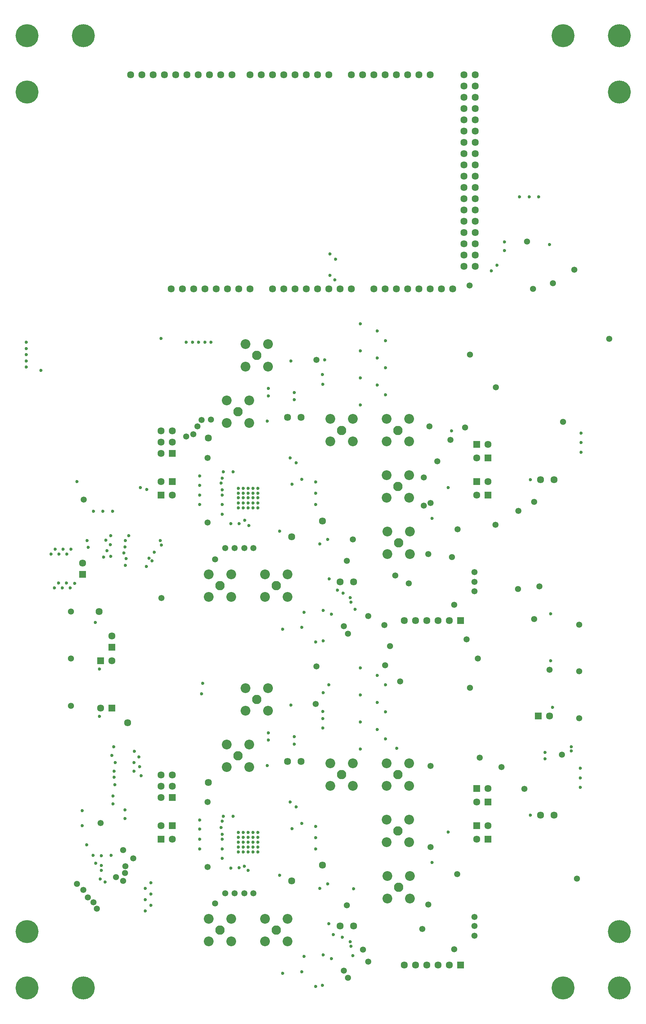
<source format=gbr>
%FSTAX23Y23*%
%MOIN*%
%SFA1B1*%

%IPPOS*%
%ADD71C,0.204409*%
%ADD72C,0.063464*%
%ADD73C,0.204409*%
%ADD74C,0.087086*%
%ADD75R,0.063464X0.063464*%
%ADD76C,0.083149*%
%ADD77R,0.063464X0.063464*%
%ADD78C,0.029409*%
%ADD79C,0.063464*%
%ADD80C,0.054409*%
%LNcfd_2channel_soldermask_bot-1*%
%LPD*%
G54D71*
X0491Y0015D03*
X0541Y0065D03*
Y081D03*
X0491Y086D03*
X0065Y0015D03*
X0015Y0065D03*
Y081D03*
X0065Y086D03*
G54D72*
X0471Y0466D03*
X02465Y05215D03*
Y0216D03*
X0471Y01685D03*
X0293Y03755D03*
Y007D03*
X00645Y0392D03*
X0413Y06554D03*
X0403D03*
X0203Y06355D03*
X0193D03*
X0137Y08255D03*
X0483Y0466D03*
X0134Y04895D03*
X0144Y04995D03*
X0134D03*
X0144Y05094D03*
X0134D03*
Y0184D03*
X0144Y0194D03*
X0134D03*
X0144Y0204D03*
X0134D03*
X02585Y0216D03*
X0305Y007D03*
X0176Y01975D03*
X039Y00355D03*
X038D03*
X037D03*
X036D03*
X035D03*
X025Y011D03*
X02775Y0124D03*
X0134Y0159D03*
X0144Y0147D03*
X04245Y0192D03*
X04145Y018D03*
X04245Y0159D03*
X04145Y0147D03*
X02775Y04295D03*
X0176Y0503D03*
X04245Y04645D03*
X04145Y04525D03*
X04245Y04975D03*
X04145Y04855D03*
X0134Y04645D03*
X0144Y04525D03*
X025Y04155D03*
X039Y0341D03*
X038D03*
X037D03*
X036D03*
X035D03*
X0305Y03755D03*
X02585Y05215D03*
X0479Y02565D03*
X00805Y02635D03*
X00905Y03055D03*
Y03275D03*
X0483Y01685D03*
X0243Y06355D03*
X0263D03*
X0253D03*
X0283D03*
X0273D03*
X0303D03*
X0293D03*
X0233D03*
X0413Y06655D03*
X0403D03*
X0413Y06955D03*
Y06855D03*
Y06755D03*
Y07055D03*
X0403Y06955D03*
Y06855D03*
Y06755D03*
Y07055D03*
X0413Y07454D03*
Y07355D03*
X0403D03*
X0413Y07254D03*
X0403D03*
X0413Y07155D03*
X0403D03*
Y07454D03*
X0413Y07755D03*
Y07655D03*
Y07555D03*
Y07855D03*
X0403Y07755D03*
Y07655D03*
Y07555D03*
Y07855D03*
X0313Y08255D03*
X0333D03*
X0323D03*
X0353D03*
X0343D03*
X0373D03*
X0363D03*
X0303D03*
X0223D03*
X0243D03*
X0233D03*
X0263D03*
X0253D03*
X0283D03*
X0273D03*
X0157D03*
X0147D03*
X0177D03*
X0167D03*
X0117D03*
X0107D03*
X0127D03*
X0197D03*
X0187D03*
X0213D03*
X0413D03*
Y08154D03*
X0403D03*
X0413Y08055D03*
X0403D03*
X0413Y07955D03*
X0403D03*
Y08255D03*
X0333Y06355D03*
X0353D03*
X0343D03*
X0373D03*
X0363D03*
X0393D03*
X0383D03*
X0323D03*
X0153D03*
X0173D03*
X0163D03*
X0183D03*
X0213D03*
X0143D03*
G54D73*
X0015Y086D03*
Y0015D03*
X0541Y086D03*
Y0015D03*
G54D74*
X03545Y052D03*
X03345D03*
X03545Y05D03*
X03345Y047D03*
Y05D03*
X03545Y045D03*
Y047D03*
X0355Y042D03*
X0335D03*
X03345Y045D03*
X0355Y04D03*
X0335D03*
X02845Y052D03*
X0229Y05665D03*
Y05864D03*
X03045Y052D03*
Y05D03*
X02845D03*
X02125Y05164D03*
Y05365D03*
X02465Y0362D03*
Y0382D03*
X02265Y0362D03*
Y0382D03*
X03545Y01645D03*
Y01945D03*
X0355Y01145D03*
Y00945D03*
X03545Y02145D03*
X03345Y01645D03*
Y01945D03*
X03545Y01445D03*
X0335Y01145D03*
X03345Y01445D03*
Y02145D03*
X0335Y00945D03*
X02845Y02145D03*
X0229Y0261D03*
Y0281D03*
X03045Y02145D03*
Y01945D03*
X02845D03*
X02125Y0211D03*
Y0231D03*
X02465Y00565D03*
Y00765D03*
X02265Y00565D03*
Y00765D03*
X0209Y05864D03*
Y05665D03*
X01925Y05164D03*
Y05365D03*
X0209Y0281D03*
Y0261D03*
X01965Y0382D03*
Y0362D03*
X01925Y0211D03*
Y0231D03*
X01765Y0362D03*
Y0382D03*
X01965Y00765D03*
Y00565D03*
X01765D03*
Y00765D03*
G54D75*
X0144Y04895D03*
Y0184D03*
X00645Y0382D03*
X00905Y03175D03*
G54D76*
X02365Y00665D03*
X02025Y0221D03*
X01865Y00665D03*
X02945Y02045D03*
X0219Y0271D03*
X03445Y02045D03*
X0345Y01045D03*
X03445Y01545D03*
X0345Y041D03*
X03445Y046D03*
X0219Y05765D03*
X03445Y05099D03*
X01865Y0372D03*
X02945Y05099D03*
X02365Y0372D03*
X02025Y05265D03*
G54D77*
X04Y00355D03*
X0144Y0159D03*
X0134Y0147D03*
X04145Y0192D03*
X04245Y018D03*
X04145Y0159D03*
X04245Y0147D03*
X04145Y04645D03*
X04245Y04525D03*
X04145Y04975D03*
X04245Y04855D03*
X0144Y04645D03*
X0134Y04525D03*
X04Y0341D03*
X0469Y02565D03*
X00905Y02635D03*
X00805Y03055D03*
G54D78*
X01335Y0412D03*
X0305Y0103D03*
X03436Y02278D03*
X0326Y02925D03*
X03335Y0284D03*
X03749Y01264D03*
X05065Y021D03*
X0507Y0499D03*
Y05075D03*
Y04905D03*
X04985Y0229D03*
X04273Y06516D03*
X0284Y06475D03*
X02841Y06666D03*
X02885Y06435D03*
X0289Y06619D03*
X02523Y05435D03*
X04325Y06565D03*
X0479Y06747D03*
X0439Y06773D03*
X04525Y0717D03*
X0461D03*
X04695D03*
X0439Y06694D03*
X05065Y0193D03*
Y02015D03*
X0081Y01325D03*
X00642Y01725D03*
X0064Y0159D03*
X0068Y0142D03*
X00738Y01327D03*
X00898D03*
X0081Y01237D03*
X0076Y01257D03*
X02777Y02458D03*
X02777Y02542D03*
X02778Y05509D03*
X02775Y05595D03*
X0091Y0438D03*
X00825D03*
X0074D03*
X01685Y01385D03*
Y0147D03*
Y01642D03*
Y0156D03*
Y04695D03*
Y0461D03*
Y0444D03*
Y04525D03*
X01875Y0463D03*
X01886Y04675D03*
X0173Y05882D03*
X01675D03*
X0162D03*
X01565D03*
X01785D03*
X0134Y05915D03*
X00145Y0566D03*
X00275Y0563D03*
X00145Y0588D03*
Y05825D03*
Y0577D03*
Y05715D03*
X0198Y0473D03*
X01895D03*
X03063Y0351D03*
X02907Y0368D03*
X0278Y0277D03*
X02777Y02606D03*
X0212Y04255D03*
X00845Y0109D03*
X02034Y01217D03*
X0125Y01085D03*
X02115Y01195D03*
X0208Y0123D03*
X00802Y01117D03*
X012Y00835D03*
X0081Y01195D03*
X01886Y01631D03*
X01885Y01515D03*
Y0457D03*
X02085Y043D03*
X01874Y01576D03*
X004Y04045D03*
X0054D03*
X00365Y04D03*
X00505D03*
X0047Y04045D03*
X00435Y04D03*
X00465Y037D03*
X00573Y03742D03*
X005Y03745D03*
X00535Y037D03*
X0043Y03745D03*
X00395Y037D03*
X00925Y02075D03*
Y0202D03*
X0093Y01955D03*
X00935Y0215D03*
X00905Y02215D03*
X0092Y0229D03*
X01165Y02035D03*
X011Y02075D03*
X0115Y02115D03*
X011Y0215D03*
X01145Y022D03*
X01105Y0225D03*
X0171Y02855D03*
X017Y0276D03*
X0283Y0284D03*
X0086Y0403D03*
X0083Y03975D03*
X00895Y0398D03*
X0089Y04085D03*
X0085Y04125D03*
X00895Y04165D03*
X00685Y0412D03*
X00695Y0406D03*
X01025Y039D03*
X0103Y0396D03*
X0101Y0401D03*
X0102Y04065D03*
X01025Y0412D03*
X01055Y04165D03*
X04985Y02255D03*
X0475Y02185D03*
Y0224D03*
X00595Y04645D03*
X01157Y04593D03*
X01216Y04576D03*
X03028Y00521D03*
X02855Y00412D03*
X03046Y00438D03*
X0302Y0056D03*
X0102Y0173D03*
Y01655D03*
X00915Y01855D03*
Y01785D03*
X00795Y0256D03*
X0283Y0072D03*
X0287Y00625D03*
X02835Y0378D03*
X03028Y03576D03*
X02957Y03655D03*
X02855Y03467D03*
X0302Y03615D03*
X02495Y0266D03*
X02715Y0322D03*
X0462Y0466D03*
X04818Y0264D03*
X048Y03055D03*
X0242Y03335D03*
X0278Y0323D03*
Y035D03*
X02775Y00175D03*
X0278Y00445D03*
X00757Y03395D03*
X01345Y04082D03*
X0126Y0394D03*
X0121Y0389D03*
X01235Y03964D03*
X0128Y04019D03*
X0125Y00985D03*
X012Y01035D03*
X0125Y00885D03*
X012Y00935D03*
X00795Y0298D03*
X0259Y00295D03*
X02715Y00165D03*
X0311Y0299D03*
X02487Y018D03*
X0254Y01758D03*
X0389Y01535D03*
X02506Y01565D03*
X0259Y0161D03*
X02523Y0238D03*
X02295Y02415D03*
X02523Y02315D03*
X02295Y0235D03*
X02285Y02125D03*
X0295Y006D03*
X0275Y01035D03*
X0282Y01075D03*
X0311Y0251D03*
Y0227D03*
X0261Y0043D03*
X0242Y0028D03*
X0311Y0275D03*
X03335Y026D03*
Y0236D03*
X02715Y01585D03*
Y01485D03*
Y01385D03*
X01885Y013D03*
Y01385D03*
X01895Y01675D03*
X0198D03*
X02395Y0115D03*
X02487Y04855D03*
X02295Y0547D03*
X02523Y0537D03*
X02295Y05405D03*
X0275Y0409D03*
X0259Y04665D03*
X0261Y03485D03*
X02495Y05715D03*
X02795Y05724D03*
X02715Y0444D03*
Y0454D03*
Y0464D03*
X0254Y04813D03*
X02285Y0518D03*
X0462Y01685D03*
X048Y0347D03*
X01885Y0147D03*
X0326Y02685D03*
Y02445D03*
X0196Y01215D03*
X02395Y04205D03*
X02035Y0427D03*
X01885Y04355D03*
Y0444D03*
X03335Y05415D03*
Y05654D03*
Y05895D03*
X0392Y05094D03*
X0282Y0413D03*
X02506Y0462D03*
X0259Y0335D03*
X0311Y05805D03*
Y05565D03*
X0326Y0574D03*
Y055D03*
X0311Y05325D03*
Y06045D03*
X0326Y0598D03*
X03749Y04319D03*
X0389Y0459D03*
X01885Y04525D03*
X0196Y0427D03*
X02115Y04586D03*
X02201D03*
X02158D03*
X02201Y04543D03*
X02158D03*
X02115D03*
X02158Y045D03*
X02201D03*
Y04456D03*
X02158D03*
X02115Y045D03*
Y04456D03*
X02201Y04413D03*
X02115D03*
X02158D03*
X02115Y01531D03*
X02201D03*
X02158D03*
X02201Y01488D03*
X02158D03*
X02115D03*
X02158Y01445D03*
X02201D03*
Y01401D03*
X02158D03*
X02115Y01445D03*
Y01401D03*
X02201Y01358D03*
X02115D03*
X02158D03*
X02071Y04586D03*
Y04543D03*
X02028Y04586D03*
Y04543D03*
X02071Y045D03*
Y04456D03*
X02028Y04413D03*
X02071D03*
X02028Y045D03*
Y04456D03*
X02071Y01531D03*
X02028D03*
X02071Y01488D03*
Y01445D03*
Y01401D03*
Y01358D03*
X02028Y01445D03*
Y01488D03*
Y01358D03*
Y01401D03*
G54D79*
X01045Y02505D03*
X0079Y0349D03*
G54D80*
X03925Y03975D03*
X0342Y0381D03*
X0318Y03453D03*
X0431Y0426D03*
X04645Y06355D03*
X04315Y0548D03*
X04085Y02815D03*
X03465Y0287D03*
X0272Y03005D03*
X0532Y0591D03*
X0482Y06405D03*
X05035Y0112D03*
X0501Y06525D03*
X05055Y03375D03*
X04085Y0577D03*
X0408Y06385D03*
X03675Y0468D03*
X03045Y0413D03*
X03675Y0443D03*
X03795Y04825D03*
X0391Y05015D03*
X0404Y05125D03*
X0459Y06775D03*
X0491Y05175D03*
X04125Y0367D03*
Y03755D03*
Y0384D03*
Y00615D03*
Y007D03*
Y0078D03*
X01025Y01232D03*
X0216Y0099D03*
X0208D03*
X01995D03*
X0191D03*
X0182Y009D03*
X0216Y04055D03*
X0208D03*
X01995D03*
X0191D03*
X01755Y04855D03*
X017Y0519D03*
X01785Y05195D03*
X01665Y05135D03*
X01627Y05065D03*
X04515Y04385D03*
X04655Y04465D03*
X047Y03715D03*
X04655Y03425D03*
X03375Y03185D03*
X03325Y0337D03*
X02715Y0267D03*
X049Y0222D03*
X01005Y01375D03*
X01565Y05045D03*
X0077Y00855D03*
X0074Y0091D03*
X00595Y01075D03*
X0065Y0102D03*
X0069Y00955D03*
X01005Y011D03*
X01022Y01172D03*
X0094Y01135D03*
X01095Y013D03*
X0054Y0349D03*
X0451Y0369D03*
X0366Y00675D03*
X03715Y0089D03*
X0318Y00385D03*
X03542Y03742D03*
X03715Y04D03*
X03735Y0212D03*
X0479Y02975D03*
X0417Y02195D03*
X04567Y01917D03*
X04365Y0211D03*
X04055Y03245D03*
X04155Y03075D03*
X03975Y0422D03*
X0397Y0116D03*
X0333Y03015D03*
X02965Y0336D03*
X01344Y03612D03*
X00803Y01616D03*
X0054Y02655D03*
Y03075D03*
X00655Y04485D03*
X05055Y02545D03*
Y0296D03*
X03945Y00495D03*
X01755Y01225D03*
Y018D03*
X0299Y00885D03*
X03135Y0049D03*
X02965Y00305D03*
X03Y0024D03*
Y03295D03*
X0299Y0394D03*
X03945Y0355D03*
X03735Y014D03*
X0182Y03955D03*
X0272Y05724D03*
X03735Y04455D03*
X03725Y05135D03*
X01755Y0428D03*
M02*
</source>
